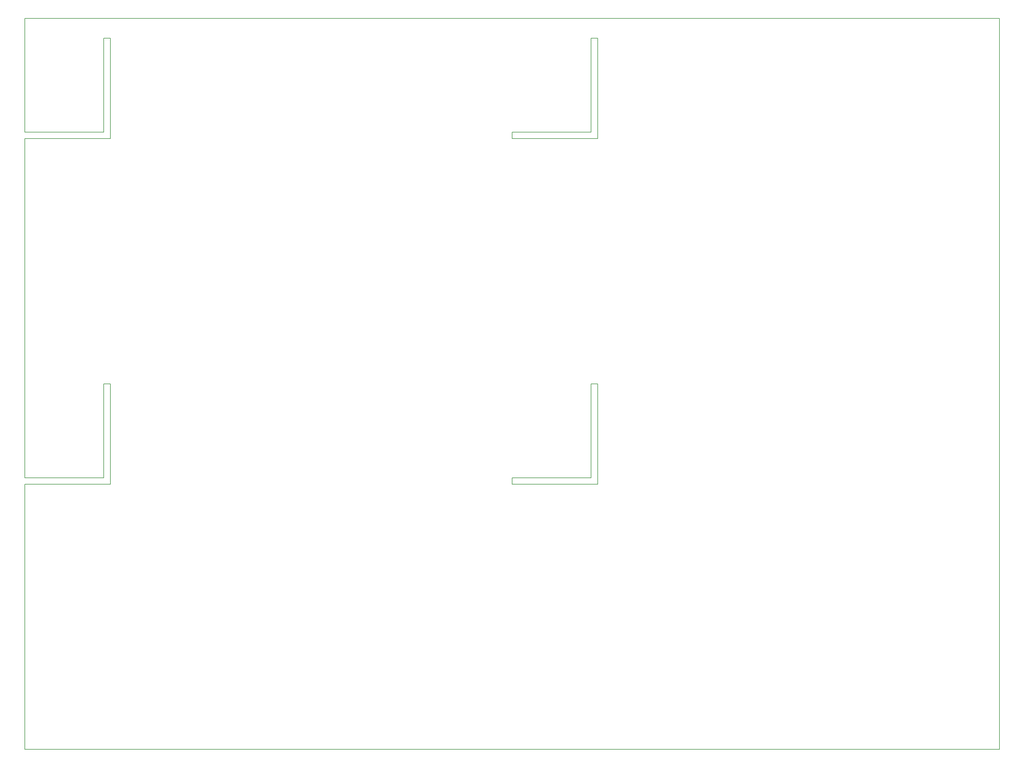
<source format=gm1>
G04 #@! TF.FileFunction,Profile,NP*
%FSLAX46Y46*%
G04 Gerber Fmt 4.6, Leading zero omitted, Abs format (unit mm)*
G04 Created by KiCad (PCBNEW 4.0.2-stable) date 2018-11-15 11:45:17 AM*
%MOMM*%
G01*
G04 APERTURE LIST*
%ADD10C,0.200000*%
G04 APERTURE END LIST*
D10*
X256000000Y-151000000D02*
X258000000Y-151000000D01*
X232000000Y-179500000D02*
X232000000Y-181500000D01*
X256000000Y-46000000D02*
X258000000Y-46000000D01*
X232000000Y-74500000D02*
X232000000Y-76500000D01*
X108000000Y-46000000D02*
X110000000Y-46000000D01*
X84000000Y-74500000D02*
X84000000Y-40000000D01*
X108000000Y-151000000D02*
X110000000Y-151000000D01*
X84000000Y-262000000D02*
X380000000Y-262000000D01*
X84000000Y-40000000D02*
X380000000Y-40000000D01*
X232000000Y-181500000D02*
X258000000Y-181500000D01*
X258000000Y-151000000D02*
X258000000Y-181500000D01*
X232000000Y-179500000D02*
X256000000Y-179500000D01*
X256000000Y-151000000D02*
X256000000Y-179500000D01*
X380000000Y-151000000D02*
X380000000Y-262000000D01*
X84000000Y-181500000D02*
X110000000Y-181500000D01*
X108000000Y-151000000D02*
X108000000Y-179500000D01*
X110000000Y-151000000D02*
X110000000Y-181500000D01*
X84000000Y-262000000D02*
X84000000Y-181500000D01*
X84000000Y-179500000D02*
X108000000Y-179500000D01*
X232000000Y-76500000D02*
X258000000Y-76500000D01*
X258000000Y-46000000D02*
X258000000Y-76500000D01*
X256000000Y-46000000D02*
X256000000Y-74500000D01*
X232000000Y-74500000D02*
X256000000Y-74500000D01*
X380000000Y-40000000D02*
X380000000Y-151000000D01*
X84000000Y-74500000D02*
X108000000Y-74500000D01*
X108000000Y-46000000D02*
X108000000Y-74500000D01*
X110000000Y-46000000D02*
X110000000Y-76500000D01*
X84000000Y-76500000D02*
X110000000Y-76500000D01*
X84000000Y-179500000D02*
X84000000Y-76500000D01*
M02*

</source>
